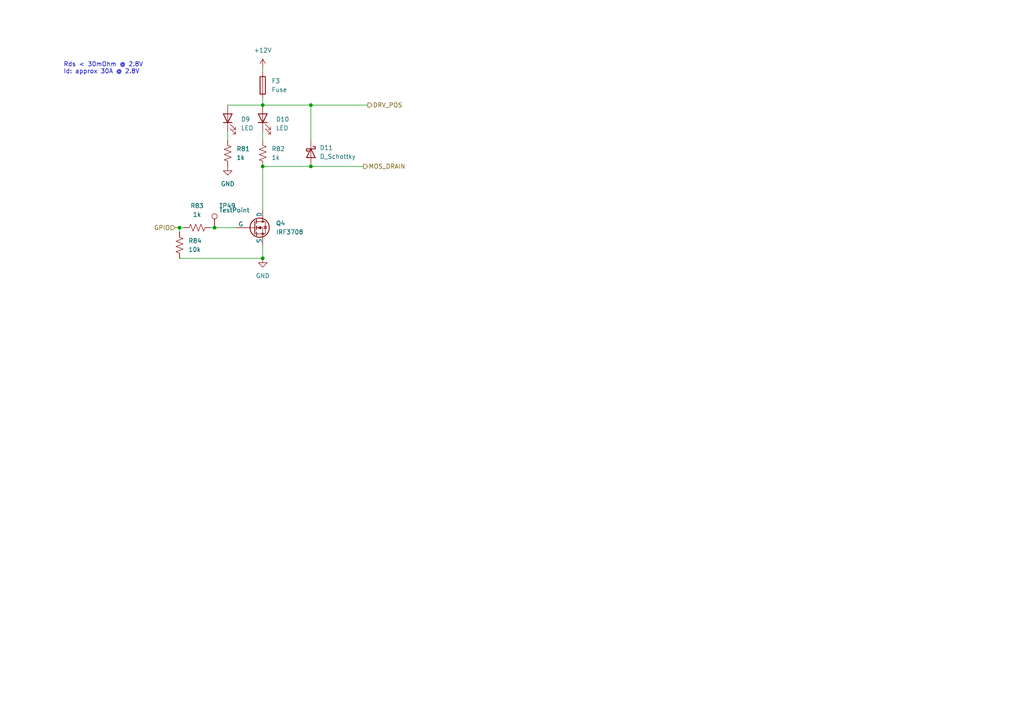
<source format=kicad_sch>
(kicad_sch (version 20230121) (generator eeschema)
  (paper "A4")
  (lib_symbols
    (symbol "Connector:TestPoint" (pin_numbers hide) (pin_names (offset 0.762) hide)
      (property "Reference" "TP" (at 0 6.858 0))
      (property "Value" "TestPoint" (at 0 5.08 0))
      (symbol "TestPoint_0_1"
        (circle (center 0 3.302) (radius 0.762))
      )
      (symbol "TestPoint_1_1"
        (pin passive line (at 0 0 90) (length 2.54) (name "1") (number "1"))
      )
    )
    (symbol "Device:D_Schottky" (pin_numbers hide) (pin_names (offset 1.016) hide)
      (property "Reference" "D" (at 0 2.54 0))
      (property "Value" "D_Schottky" (at 0 -2.54 0))
      (symbol "D_Schottky_0_1"
        (polyline (pts (xy 1.27 0) (xy -1.27 0)))
        (polyline (pts (xy 1.27 1.27) (xy 1.27 -1.27) (xy -1.27 0) (xy 1.27 1.27)) (stroke (width 0.254)))
        (polyline (pts (xy -1.905 0.635) (xy -1.905 1.27) (xy -1.27 1.27) (xy -1.27 -1.27) (xy -0.635 -1.27) (xy -0.635 -0.635)) (stroke (width 0.254)))
      )
      (symbol "D_Schottky_1_1"
        (pin passive line (at -3.81 0 0) (length 2.54) (name "K") (number "1"))
        (pin passive line (at 3.81 0 180) (length 2.54) (name "A") (number "2"))
      )
    )
    (symbol "Device:Fuse" (pin_numbers hide) (pin_names (offset 0))
      (property "Reference" "F" (at 2.032 0 90))
      (property "Value" "Fuse" (at -1.905 0 90))
      (symbol "Fuse_0_1"
        (rectangle (start -0.762 -2.54) (end 0.762 2.54) (stroke (width 0.254)))
        (polyline (pts (xy 0 2.54) (xy 0 -2.54)))
      )
      (symbol "Fuse_1_1"
        (pin passive line (at 0 3.81 270) (length 1.27) (name "~") (number "1"))
        (pin passive line (at 0 -3.81 90) (length 1.27) (name "~") (number "2"))
      )
    )
    (symbol "Device:LED" (pin_numbers hide) (pin_names (offset 1.016) hide)
      (property "Reference" "D" (at 0 2.54 0))
      (property "Value" "LED" (at 0 -2.54 0))
      (symbol "LED_0_1"
        (polyline (pts (xy -1.27 -1.27) (xy -1.27 1.27)) (stroke (width 0.254)))
        (polyline (pts (xy -1.27 0) (xy 1.27 0)))
        (polyline (pts (xy 1.27 -1.27) (xy 1.27 1.27) (xy -1.27 0) (xy 1.27 -1.27)) (stroke (width 0.254)))
        (polyline (pts (xy -3.048 -0.762) (xy -4.572 -2.286) (xy -3.81 -2.286) (xy -4.572 -2.286) (xy -4.572 -1.524)))
        (polyline (pts (xy -1.778 -0.762) (xy -3.302 -2.286) (xy -2.54 -2.286) (xy -3.302 -2.286) (xy -3.302 -1.524)))
      )
      (symbol "LED_1_1"
        (pin passive line (at -3.81 0 0) (length 2.54) (name "K") (number "1"))
        (pin passive line (at 3.81 0 180) (length 2.54) (name "A") (number "2"))
      )
    )
    (symbol "Device:R_US" (pin_numbers hide) (pin_names (offset 0))
      (property "Reference" "R" (at 2.54 0 90))
      (property "Value" "R_US" (at -2.54 0 90))
      (symbol "R_US_0_1"
        (polyline (pts (xy 0 -2.286) (xy 0 -2.54)))
        (polyline (pts (xy 0 2.286) (xy 0 2.54)))
        (polyline (pts (xy 0 -0.762) (xy 1.016 -1.143) (xy 0 -1.524) (xy -1.016 -1.905) (xy 0 -2.286)))
        (polyline (pts (xy 0 0.762) (xy 1.016 0.381) (xy 0 0) (xy -1.016 -0.381) (xy 0 -0.762)))
        (polyline (pts (xy 0 2.286) (xy 1.016 1.905) (xy 0 1.524) (xy -1.016 1.143) (xy 0 0.762)))
      )
      (symbol "R_US_1_1"
        (pin passive line (at 0 3.81 270) (length 1.27) (name "~") (number "1"))
        (pin passive line (at 0 -3.81 90) (length 1.27) (name "~") (number "2"))
      )
    )
    (symbol "Simulation_SPICE:NMOS" (pin_numbers hide) (pin_names (offset 0))
      (property "Reference" "Q10" (at 6.35 1.27 0))
      (property "Value" "IRF3708" (at 6.35 -1.27 0))
      (symbol "NMOS_0_1"
        (polyline (pts (xy 0.254 0) (xy -2.54 0)))
        (polyline (pts (xy 0.254 1.905) (xy 0.254 -1.905)) (stroke (width 0.254)))
        (polyline (pts (xy 0.762 -1.27) (xy 0.762 -2.286)) (stroke (width 0.254)))
        (polyline (pts (xy 0.762 0.508) (xy 0.762 -0.508)) (stroke (width 0.254)))
        (polyline (pts (xy 0.762 2.286) (xy 0.762 1.27)) (stroke (width 0.254)))
        (polyline (pts (xy 2.54 2.54) (xy 2.54 1.778)))
        (polyline (pts (xy 2.54 -2.54) (xy 2.54 0) (xy 0.762 0)))
        (polyline (pts (xy 0.762 -1.778) (xy 3.302 -1.778) (xy 3.302 1.778) (xy 0.762 1.778)))
        (polyline (pts (xy 1.016 0) (xy 2.032 0.381) (xy 2.032 -0.381) (xy 1.016 0)) (fill (type outline)))
        (polyline (pts (xy 2.794 0.508) (xy 2.921 0.381) (xy 3.683 0.381) (xy 3.81 0.254)))
        (polyline (pts (xy 3.302 0.381) (xy 2.921 -0.254) (xy 3.683 -0.254) (xy 3.302 0.381)))
        (circle (center 1.651 0) (radius 2.794) (stroke (width 0.254)))
        (circle (center 2.54 -1.778) (radius 0.254) (fill (type outline)))
        (circle (center 2.54 1.778) (radius 0.254) (fill (type outline)))
      )
      (symbol "NMOS_1_1"
        (pin input line (at -5.08 0 0) (length 2.54) (name "G") (number "1"))
        (pin passive line (at 2.54 5.08 270) (length 2.54) (name "D") (number "2"))
        (pin passive line (at 2.54 -5.08 90) (length 2.54) (name "S") (number "3"))
      )
    )
    (symbol "power:+12V" (power) (pin_names (offset 0))
      (property "Value" "+12V" (at 0 3.556 0))
      (symbol "+12V_0_1"
        (polyline (pts (xy -0.762 1.27) (xy 0 2.54)))
        (polyline (pts (xy 0 0) (xy 0 2.54)))
        (polyline (pts (xy 0 2.54) (xy 0.762 1.27)))
      )
      (symbol "+12V_1_1"
        (pin power_in line (at 0 0 90) (length 0) hide (name "+12V") (number "1"))
      )
    )
    (symbol "power:GND" (power) (pin_names (offset 0))
      (property "Value" "GND" (at 0 -3.81 0))
      (symbol "GND_0_1"
        (polyline (pts (xy 0 0) (xy 0 -1.27) (xy 1.27 -1.27) (xy 0 -2.54) (xy -1.27 -1.27) (xy 0 -1.27)))
      )
      (symbol "GND_1_1"
        (pin power_in line (at 0 0 270) (length 0) hide (name "GND") (number "1"))
      )
    )
  )
  (junction (at 62.23 66.04))
  (junction (at 76.2 48.26))
  (junction (at 76.2 30.48))
  (junction (at 90.17 30.48))
  (junction (at 52.07 66.04))
  (junction (at 90.17 48.26))
  (junction (at 76.2 74.93))
  (wire (pts (xy 76.2 28.575) (xy 76.2 30.48)))
  (wire (pts (xy 66.04 30.48) (xy 76.2 30.48)))
  (wire (pts (xy 90.17 30.48) (xy 106.68 30.48)))
  (wire (pts (xy 66.04 38.1) (xy 66.04 40.64)))
  (wire (pts (xy 52.07 66.04) (xy 52.07 67.31)))
  (wire (pts (xy 76.2 71.12) (xy 76.2 74.93)))
  (wire (pts (xy 90.17 48.26) (xy 105.41 48.26)))
  (wire (pts (xy 52.07 74.93) (xy 76.2 74.93)))
  (wire (pts (xy 76.2 48.26) (xy 76.2 60.96)))
  (wire (pts (xy 90.17 30.48) (xy 76.2 30.48)))
  (wire (pts (xy 76.2 48.26) (xy 90.17 48.26)))
  (wire (pts (xy 76.2 38.1) (xy 76.2 40.64)))
  (wire (pts (xy 62.23 66.04) (xy 68.58 66.04)))
  (wire (pts (xy 60.96 66.04) (xy 62.23 66.04)))
  (wire (pts (xy 76.2 19.685) (xy 76.2 20.955)))
  (wire (pts (xy 50.8 66.04) (xy 52.07 66.04)))
  (wire (pts (xy 52.07 66.04) (xy 53.34 66.04)))
  (wire (pts (xy 90.17 40.64) (xy 90.17 30.48)))
  (text "Rds < 30mOhm @ 2.8V \nId: approx 30A @ 2.8V" (at 18.415 21.59 0) (effects (font (size 1.27 1.27)) (justify left bottom)))
  (hierarchical_label "GPIO" (shape input) (at 50.8 66.04 180))
  (hierarchical_label "DRV_POS" (shape output) (at 106.68 30.48 0))
  (hierarchical_label "MOS_DRAIN" (shape output) (at 105.41 48.26 0))
  (symbol (lib_id "power:GND") (at 66.04 48.26 0) (unit 1)
    (property "Reference" "#PWR0159" (effects hide))
    (property "Value" "GND" (at 66.04 53.34 0))
    (instances (project "karca_v2" (path "" (reference "#PWR0159") (unit 1)) (path "" (reference "#PWR0162") (unit 1)) (path "" (reference "#PWR0165") (unit 1)) (path "" (reference "#PWR0171") (unit 1)) (path "" (reference "#PWR0187") (unit 1))))
  )
  (symbol (lib_id "Device:R_US") (at 66.04 44.45 0) (unit 1)
    (property "Reference" "R81" (at 68.58 43.18 0) (effects (justify left)))
    (property "Value" "1k" (at 68.58 45.72 0) (effects (justify left)))
    (property "Footprint" "Resistor_SMD:R_1206_3216Metric" (effects hide))
    (instances (project "karca_v2" (path "" (reference "R81") (unit 1)) (path "" (reference "R85") (unit 1)) (path "" (reference "R89") (unit 1)) (path "" (reference "R98") (unit 1)) (path "" (reference "R112") (unit 1))))
  )
  (symbol (lib_id "Device:LED") (at 76.2 34.29 90) (unit 1)
    (property "Reference" "D10" (at 80.01 34.6075 90) (effects (justify right)))
    (property "Value" "LED" (at 80.01 37.1475 90) (effects (justify right)))
    (property "Footprint" "LED_SMD:LED_1206_3216Metric" (effects hide))
    (instances (project "karca_v2" (path "" (reference "D10") (unit 1)) (path "" (reference "D13") (unit 1)) (path "" (reference "D16") (unit 1)) (path "" (reference "D19") (unit 1)) (path "" (reference "D22") (unit 1))))
  )
  (symbol (lib_id "Device:R_US") (at 57.15 66.04 90) (unit 1)
    (property "Reference" "R83" (at 57.15 59.69 90))
    (property "Value" "1k" (at 57.15 62.23 90))
    (property "Footprint" "Resistor_SMD:R_1206_3216Metric" (effects hide))
    (instances (project "karca_v2" (path "" (reference "R83") (unit 1)) (path "" (reference "R87") (unit 1)) (path "" (reference "R91") (unit 1)) (path "" (reference "R100") (unit 1)) (path "" (reference "R114") (unit 1))))
  )
  (symbol (lib_id "Device:R_US") (at 76.2 44.45 0) (unit 1)
    (property "Reference" "R82" (at 78.74 43.18 0) (effects (justify left)))
    (property "Value" "1k" (at 78.74 45.72 0) (effects (justify left)))
    (property "Footprint" "Resistor_SMD:R_1206_3216Metric" (effects hide))
    (instances (project "karca_v2" (path "" (reference "R82") (unit 1)) (path "" (reference "R86") (unit 1)) (path "" (reference "R90") (unit 1)) (path "" (reference "R99") (unit 1)) (path "" (reference "R113") (unit 1))))
  )
  (symbol (lib_id "Connector:TestPoint") (at 62.23 66.04 0) (unit 1)
    (property "Reference" "TP49" (at 63.5 59.69 0) (effects (justify left)))
    (property "Value" "TestPoint" (at 63.5 60.96 0) (effects (justify left)))
    (property "Footprint" "TestPoint:TestPoint_Pad_D2.0mm" (effects hide))
    (instances (project "karca_v2" (path "" (reference "TP49") (unit 1)) (path "" (reference "TP50") (unit 1)) (path "" (reference "TP51") (unit 1)) (path "" (reference "TP54") (unit 1)) (path "" (reference "TP60") (unit 1))))
  )
  (symbol (lib_id "power:+12V") (at 76.2 19.685 0) (unit 1)
    (property "Reference" "#PWR0158" (effects hide))
    (property "Value" "+12V" (at 76.2 14.605 0))
    (instances (project "karca_v2" (path "" (reference "#PWR0158") (unit 1)) (path "" (reference "#PWR0161") (unit 1)) (path "" (reference "#PWR0164") (unit 1)) (path "" (reference "#PWR0170") (unit 1)) (path "" (reference "#PWR0186") (unit 1))))
  )
  (symbol (lib_id "power:GND") (at 76.2 74.93 0) (unit 1)
    (property "Reference" "#PWR0160" (effects hide))
    (property "Value" "GND" (at 76.2 80.01 0))
    (instances (project "karca_v2" (path "" (reference "#PWR0160") (unit 1)) (path "" (reference "#PWR0163") (unit 1)) (path "" (reference "#PWR0166") (unit 1)) (path "" (reference "#PWR0172") (unit 1)) (path "" (reference "#PWR0188") (unit 1))))
  )
  (symbol (lib_id "Simulation_SPICE:NMOS") (at 73.66 66.04 0) (unit 1)
    (property "Reference" "Q4" (at 80.01 64.77 0) (effects (justify left)))
    (property "Value" "IRF3708" (at 80.01 67.31 0) (effects (justify left)))
    (property "Footprint" "IRF3708:TO254P1041X444X1930-3" (effects hide))
    (property "Datasheet" "https://ngspice.sourceforge.io/docs/ngspice-manual.pdf" (effects hide))
    (property "Sim.Device" "NMOS" (effects hide))
    (property "Sim.Type" "VDMOS" (effects hide))
    (property "Sim.Pins" "1=D 2=G 3=S" (effects hide))
    (instances (project "karca_v2" (path "" (reference "Q4") (unit 1)) (path "" (reference "Q5") (unit 1)) (path "" (reference "Q6") (unit 1)) (path "" (reference "Q7") (unit 1)) (path "" (reference "Q8") (unit 1))))
  )
  (symbol (lib_id "Device:R_US") (at 52.07 71.12 0) (unit 1)
    (property "Reference" "R84" (at 54.61 69.85 0) (effects (justify left)))
    (property "Value" "10k" (at 54.61 72.39 0) (effects (justify left)))
    (property "Footprint" "Resistor_SMD:R_1206_3216Metric" (effects hide))
    (instances (project "karca_v2" (path "" (reference "R84") (unit 1)) (path "" (reference "R88") (unit 1)) (path "" (reference "R92") (unit 1)) (path "" (reference "R101") (unit 1)) (path "" (reference "R115") (unit 1))))
  )
  (symbol (lib_id "Device:D_Schottky") (at 90.17 44.45 270) (unit 1)
    (property "Reference" "D11" (at 92.71 42.8625 90) (effects (justify left)))
    (property "Value" "D_Schottky" (at 92.71 45.4025 90) (effects (justify left)))
    (property "Footprint" "Diode_SMD:D_SMA" (effects hide))
    (instances (project "karca_v2" (path "" (reference "D11") (unit 1)) (path "" (reference "D14") (unit 1)) (path "" (reference "D17") (unit 1)) (path "" (reference "D20") (unit 1)) (path "" (reference "D23") (unit 1))))
  )
  (symbol (lib_id "Device:LED") (at 66.04 34.29 90) (unit 1)
    (property "Reference" "D9" (at 69.85 34.6075 90) (effects (justify right)))
    (property "Value" "LED" (at 69.85 37.1475 90) (effects (justify right)))
    (property "Footprint" "LED_SMD:LED_1206_3216Metric" (effects hide))
    (instances (project "karca_v2" (path "" (reference "D9") (unit 1)) (path "" (reference "D12") (unit 1)) (path "" (reference "D15") (unit 1)) (path "" (reference "D18") (unit 1)) (path "" (reference "D21") (unit 1))))
  )
  (symbol (lib_id "Device:Fuse") (at 76.2 24.765 0) (unit 1)
    (property "Reference" "F3" (at 78.74 23.495 0) (effects (justify left)))
    (property "Value" "Fuse" (at 78.74 26.035 0) (effects (justify left)))
    (property "Footprint" "Fuse:Fuse_1812_4532Metric" (effects hide))
    (instances (project "karca_v2" (path "" (reference "F3") (unit 1)) (path "" (reference "F4") (unit 1)) (path "" (reference "F5") (unit 1)) (path "" (reference "F6") (unit 1)) (path "" (reference "F7") (unit 1))))
  )
)
</source>
